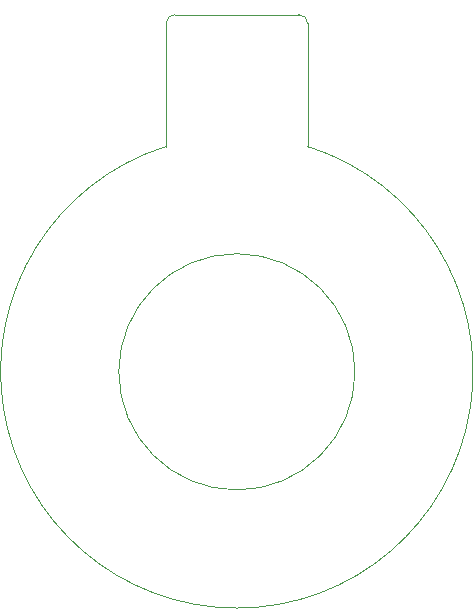
<source format=gko>
G04 #@! TF.GenerationSoftware,KiCad,Pcbnew,6.0.0-d3dd2cf0fa~116~ubuntu21.10.1*
G04 #@! TF.CreationDate,2022-02-12T15:34:00+00:00*
G04 #@! TF.ProjectId,ringLight,72696e67-4c69-4676-9874-2e6b69636164,04*
G04 #@! TF.SameCoordinates,PX7bfa480PY7270e00*
G04 #@! TF.FileFunction,Profile,NP*
%FSLAX46Y46*%
G04 Gerber Fmt 4.6, Leading zero omitted, Abs format (unit mm)*
G04 Created by KiCad (PCBNEW 6.0.0-d3dd2cf0fa~116~ubuntu21.10.1) date 2022-02-12 15:34:00*
%MOMM*%
%LPD*%
G01*
G04 APERTURE LIST*
G04 #@! TA.AperFunction,Profile*
%ADD10C,0.050000*%
G04 #@! TD*
G04 APERTURE END LIST*
D10*
X144750000Y-69750000D02*
X155250000Y-69750000D01*
X144750000Y-69750000D02*
G75*
G03*
X144000000Y-70500000I0J-750000D01*
G01*
X156000000Y-70500000D02*
X156014116Y-80925661D01*
X143985884Y-80925661D02*
X144000000Y-70500000D01*
X156000000Y-70500000D02*
G75*
G03*
X155250000Y-69750000I-750000J0D01*
G01*
X160000000Y-100000000D02*
G75*
G03*
X160000000Y-100000000I-10000000J0D01*
G01*
X143985884Y-80925661D02*
G75*
G03*
X156014116Y-80925661I6014116J-19074339D01*
G01*
M02*

</source>
